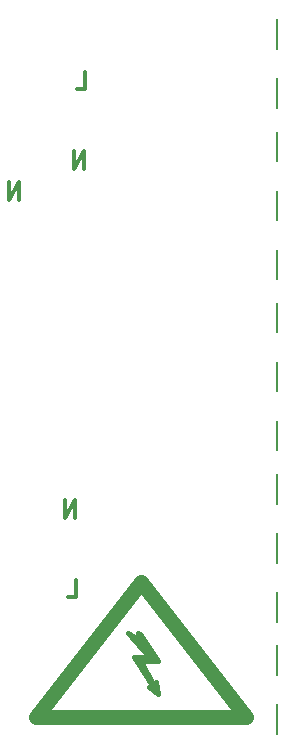
<source format=gbo>
G04 #@! TF.GenerationSoftware,KiCad,Pcbnew,5.0-dev-unknown-9241a39~61~ubuntu17.10.1*
G04 #@! TF.CreationDate,2018-04-12T19:06:24+02:00*
G04 #@! TF.ProjectId,power_monitor,706F7765725F6D6F6E69746F722E6B69,rev?*
G04 #@! TF.SameCoordinates,Original*
G04 #@! TF.FileFunction,Legend,Bot*
G04 #@! TF.FilePolarity,Positive*
%FSLAX46Y46*%
G04 Gerber Fmt 4.6, Leading zero omitted, Abs format (unit mm)*
G04 Created by KiCad (PCBNEW 5.0-dev-unknown-9241a39~61~ubuntu17.10.1) date Thu Apr 12 19:06:24 2018*
%MOMM*%
%LPD*%
G01*
G04 APERTURE LIST*
%ADD10C,0.200000*%
%ADD11C,0.300000*%
%ADD12C,1.270000*%
%ADD13C,0.381000*%
G04 APERTURE END LIST*
D10*
X69500000Y-49000000D02*
X69500000Y-46500000D01*
X69500000Y-54000000D02*
X69500000Y-51500000D01*
X69500000Y-39500000D02*
X69500000Y-37000000D01*
X69500000Y-59000000D02*
X69500000Y-56500000D01*
X69500000Y-92500000D02*
X69500000Y-90000000D01*
X69500000Y-78000000D02*
X69500000Y-75500000D01*
X69500000Y-68500000D02*
X69500000Y-66000000D01*
X69500000Y-44500000D02*
X69500000Y-42000000D01*
X69500000Y-83000000D02*
X69500000Y-80500000D01*
X69500000Y-97500000D02*
X69500000Y-95000000D01*
X69500000Y-88000000D02*
X69500000Y-85500000D01*
X69500000Y-63500000D02*
X69500000Y-61000000D01*
X69500000Y-73500000D02*
X69500000Y-71000000D01*
D11*
X53178571Y-49678571D02*
X53178571Y-48178571D01*
X52321428Y-49678571D01*
X52321428Y-48178571D01*
X47628571Y-52278571D02*
X47628571Y-50778571D01*
X46771428Y-52278571D01*
X46771428Y-50778571D01*
X52428571Y-79228571D02*
X52428571Y-77728571D01*
X51571428Y-79228571D01*
X51571428Y-77728571D01*
X51785714Y-85928571D02*
X52500000Y-85928571D01*
X52500000Y-84428571D01*
X52535714Y-42928571D02*
X53250000Y-42928571D01*
X53250000Y-41428571D01*
D12*
X58000000Y-84630000D02*
X49110000Y-96060000D01*
X49110000Y-96060000D02*
X66890000Y-96060000D01*
X66890000Y-96060000D02*
X58000000Y-84630000D01*
D13*
X57619000Y-89329000D02*
X59016000Y-91234000D01*
X59016000Y-91234000D02*
X57746000Y-91234000D01*
X59270000Y-93139000D02*
X59397000Y-94155000D01*
X59397000Y-94155000D02*
X58635000Y-93520000D01*
X58635000Y-93520000D02*
X59143000Y-93774000D01*
X59143000Y-93774000D02*
X57365000Y-90980000D01*
X57365000Y-90980000D02*
X58635000Y-90980000D01*
X58635000Y-90980000D02*
X56857000Y-88948000D01*
X56857000Y-88948000D02*
X57619000Y-89456000D01*
X57619000Y-89456000D02*
X57746000Y-88948000D01*
X57873000Y-89075000D02*
X59397000Y-91361000D01*
X59397000Y-91361000D02*
X58000000Y-91361000D01*
X58000000Y-91361000D02*
X59143000Y-93647000D01*
X59143000Y-93647000D02*
X59270000Y-93139000D01*
M02*

</source>
